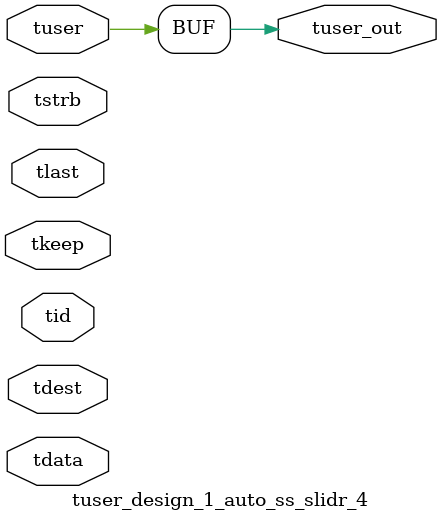
<source format=v>


`timescale 1ps/1ps

module tuser_design_1_auto_ss_slidr_4 #
(
parameter C_S_AXIS_TUSER_WIDTH = 1,
parameter C_S_AXIS_TDATA_WIDTH = 32,
parameter C_S_AXIS_TID_WIDTH   = 0,
parameter C_S_AXIS_TDEST_WIDTH = 0,
parameter C_M_AXIS_TUSER_WIDTH = 1
)
(
input  [(C_S_AXIS_TUSER_WIDTH == 0 ? 1 : C_S_AXIS_TUSER_WIDTH)-1:0     ] tuser,
input  [(C_S_AXIS_TDATA_WIDTH == 0 ? 1 : C_S_AXIS_TDATA_WIDTH)-1:0     ] tdata,
input  [(C_S_AXIS_TID_WIDTH   == 0 ? 1 : C_S_AXIS_TID_WIDTH)-1:0       ] tid,
input  [(C_S_AXIS_TDEST_WIDTH == 0 ? 1 : C_S_AXIS_TDEST_WIDTH)-1:0     ] tdest,
input  [(C_S_AXIS_TDATA_WIDTH/8)-1:0 ] tkeep,
input  [(C_S_AXIS_TDATA_WIDTH/8)-1:0 ] tstrb,
input                                                                    tlast,
output [C_M_AXIS_TUSER_WIDTH-1:0] tuser_out
);

assign tuser_out = {tuser[0:0]};

endmodule


</source>
